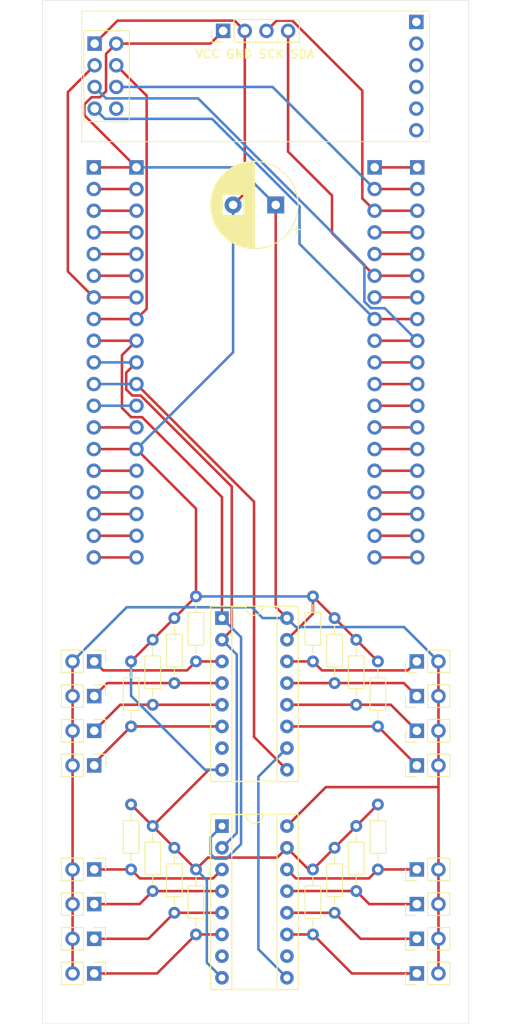
<source format=kicad_pcb>
(kicad_pcb (version 20240108) (generator "pcbnew") (generator_version "8.0")
  (layers (0 "F.Cu" signal) (31 "B.Cu" signal) (34 "B.Paste" user) (35 "F.Paste" user) (36 "B.SilkS" user "B.Silkscreen") (37 "F.SilkS" user "F.Silkscreen") (38 "B.Mask" user) (39 "F.Mask" user) (44 "Edge.Cuts" user))
  (net 0 "")
  (net 1 "Net-(ESP32-WROOM-32U1-26)")
  (net 2 "unconnected-(ESP32-WROOM-32U1-D0-Pad37)")
  (net 3 "unconnected-(ESP32-WROOM-32U1-EN-Pad2)")
  (net 4 "unconnected-(ESP32-WROOM-32U1-GND-Pad26)")
  (net 5 "unconnected-(ESP32-WROOM-32U1-VN-Pad4)")
  (net 6 "Net-(NRF1-GND)")
  (net 7 "unconnected-(ESP32-WROOM-32U1-GND-Pad20)")
  (net 8 "unconnected-(ESP32-WROOM-32U1-2-Pad34)")
  (net 9 "Net-(ESP32-WROOM-32U1-3.3v)")
  (net 10 "unconnected-(ESP32-WROOM-32U1-D2-Pad16)")
  (net 11 "Net-(ESP32-WROOM-32U1-SDA{slash}21)")
  (net 12 "unconnected-(ESP32-WROOM-32U1-13-Pad15)")
  (net 13 "unconnected-(ESP32-WROOM-32U1-17-Pad30)")
  (net 14 "unconnected-(ESP32-WROOM-32U1-VP-Pad3)")
  (net 15 "unconnected-(ESP32-WROOM-32U1-16-Pad31)")
  (net 16 "Net-(ESP32-WROOM-32U1-MOSI{slash}23)")
  (net 17 "Net-(ESP32-WROOM-32U1-25)")
  (net 18 "unconnected-(ESP32-WROOM-32U1-0-Pad33)")
  (net 19 "Net-(ESP32-WROOM-32U1-33)")
  (net 20 "unconnected-(ESP32-WROOM-32U1-4-Pad32)")
  (net 21 "Net-(ESP32-WROOM-32U1-32)")
  (net 22 "Net-(ESP32-WROOM-32U1-MISO{slash}19)")
  (net 23 "unconnected-(ESP32-WROOM-32U1-34-Pad5)")
  (net 24 "unconnected-(ESP32-WROOM-32U1-D3-Pad17)")
  (net 25 "unconnected-(ESP32-WROOM-32U1-35-Pad6)")
  (net 26 "Net-(ESP32-WROOM-32U1-27)")
  (net 27 "unconnected-(ESP32-WROOM-32U1-5V-Pad19)")
  (net 28 "unconnected-(ESP32-WROOM-32U1-CMD-Pad18)")
  (net 29 "unconnected-(ESP32-WROOM-32U1-TX-Pad23)")
  (net 30 "unconnected-(ESP32-WROOM-32U1-15-Pad35)")
  (net 31 "unconnected-(ESP32-WROOM-32U1-RX-Pad24)")
  (net 32 "Net-(ESP32-WROOM-32U1-SCL{slash}22)")
  (net 33 "unconnected-(ESP32-WROOM-32U1-D1-Pad36)")
  (net 34 "Net-(ESP32-WROOM-32U1-SCK{slash}18)")
  (net 35 "unconnected-(ESP32-WROOM-32U1-CLK-Pad38)")
  (net 37 "Net-(U1-D1)")
  (net 38 "Net-(U1-D2)")
  (net 39 "Net-(U1-D3)")
  (net 40 "Net-(U1-D4)")
  (net 41 "Net-(U1-D5)")
  (net 42 "Net-(U1-D6)")
  (net 43 "Net-(U1-D0)")
  (net 44 "Net-(U1-D7)")
  (net 45 "Net-(U2-D0)")
  (net 46 "Net-(U2-D1)")
  (net 47 "Net-(U2-D2)")
  (net 48 "Net-(U2-D3)")
  (net 49 "Net-(U2-D4)")
  (net 50 "Net-(U2-D5)")
  (net 51 "Net-(U2-D6)")
  (net 52 "Net-(U2-D7)")
  (net 53 "Net-(U1-DS)")
  (net 56 "unconnected-(ESP32-WROOM-32U1-SS{slash}5-Pad29)")
  (net 57 "unconnected-(ESP32-WROOM-32U1-14-Pad12)")
  (net 58 "unconnected-(ESP32-WROOM-32U1-12-Pad13)")
  (footprint "Footprints_cez:nRF24L01_big" (layer "F.Cu") (at 99.408 38.07)
    (property "Reference" "NRF1" (hide yes))
    (property "Value" "NRF24L01_Big" (hide yes))
  )
  (footprint "Resistor_THT:R_Axial_DIN0204_L3.6mm_D1.6mm_P7.62mm_Horizontal" (layer "F.Cu") (at 108.7615 105.41 -90)
    (property "Reference" "R5" (hide yes))
    (property "Value" "R")
  )
  (footprint "Resistor_THT:R_Axial_DIN0204_L3.6mm_D1.6mm_P7.62mm_Horizontal" (layer "F.Cu") (at 106.2215 107.95 -90)
    (property "Reference" "R6" (hide yes))
    (property "Value" "R")
  )
  (footprint "Connector_PinHeader_2.54mm:PinHeader_1x02_P2.54mm_Vertical" (layer "F.Cu") (at 99.3635 138.938 -90)
    (property "Reference" "SW14" (hide yes))
    (property "Value" "SW_Push")
  )
  (footprint "Connector_PinHeader_2.54mm:PinHeader_1x02_P2.54mm_Vertical" (layer "F.Cu") (at 99.3635 122.682 -90)
    (property "Reference" "SW8" (hide yes))
    (property "Value" "SW_Push")
  )
  (footprint "Connector_PinHeader_2.54mm:PinHeader_1x02_P2.54mm_Vertical" (layer "F.Cu") (at 99.3635 143.002 -90)
    (property "Reference" "SW15" (hide yes))
    (property "Value" "SW_Push")
  )
  (footprint "Resistor_THT:R_Axial_DIN0204_L3.6mm_D1.6mm_P7.62mm_Horizontal" (layer "F.Cu") (at 127.5575 105.41 -90)
    (property "Reference" "R2" (hide yes))
    (property "Value" "R")
  )
  (footprint "Resistor_THT:R_Axial_DIN0204_L3.6mm_D1.6mm_P7.62mm_Horizontal" (layer "F.Cu") (at 108.7615 132.334 -90)
    (property "Reference" "R15" (hide yes))
    (property "Value" "R")
  )
  (footprint "Connector_PinHeader_2.54mm:PinHeader_1x02_P2.54mm_Vertical" (layer "F.Cu") (at 137.2045 118.618 90)
    (property "Reference" "SW2" (hide yes))
    (property "Value" "SW_Push" (hide yes))
  )
  (footprint "Resistor_THT:R_Axial_DIN0204_L3.6mm_D1.6mm_P7.62mm_Horizontal" (layer "F.Cu") (at 111.3015 134.875 -90)
    (property "Reference" "R16" (hide yes))
    (property "Value" "R")
  )
  (footprint "Package_DIP:DIP-16_W7.62mm_Socket" (layer "F.Cu") (at 114.347 105.41)
    (property "Reference" "U1" (hide yes))
    (property "Value" "74HC165")
  )
  (footprint "Resistor_THT:R_Axial_DIN0204_L3.6mm_D1.6mm_P7.62mm_Horizontal" (layer "F.Cu") (at 130.0975 129.785 -90)
    (property "Reference" "R11" (hide yes))
    (property "Value" "R")
  )
  (footprint "Resistor_THT:R_Axial_DIN0204_L3.6mm_D1.6mm_P7.62mm_Horizontal" (layer "F.Cu") (at 130.0975 107.95 -90)
    (property "Reference" "R1" (hide yes))
    (property "Value" "R")
  )
  (footprint "Connector_PinHeader_2.54mm:PinHeader_1x02_P2.54mm_Vertical" (layer "F.Cu") (at 137.2045 147.066 90)
    (property "Reference" "SW9" (hide yes))
    (property "Value" "SW_Push")
  )
  (footprint "Resistor_THT:R_Axial_DIN0204_L3.6mm_D1.6mm_P7.62mm_Horizontal" (layer "F.Cu") (at 132.6375 127.259 -90)
    (property "Reference" "R12" (hide yes))
    (property "Value" "R")
  )
  (footprint "Resistor_THT:R_Axial_DIN0204_L3.6mm_D1.6mm_P7.62mm_Horizontal" (layer "F.Cu") (at 103.6815 127.259 -90)
    (property "Reference" "R13" (hide yes))
    (property "Value" "R")
  )
  (footprint "Resistor_THT:R_Axial_DIN0204_L3.6mm_D1.6mm_P7.62mm_Horizontal" (layer "F.Cu") (at 106.2215 129.785 -90)
    (property "Reference" "R14" (hide yes))
    (property "Value" "R")
  )
  (footprint "Capacitor_THT:CP_Radial_D10.0mm_P5.00mm" (layer "F.Cu") (at 120.651677 56.982 180)
    (property "Reference" "C1" (hide yes))
    (property "Value" "CP_Radial_D10.0mm_P7.50mm" (hide yes))
  )
  (footprint "MountingHole:MountingHole_3.2mm_M3" (layer "F.Cu") (at 138.78 103.124)
    (property "Reference" "REF**" (hide yes))
    (property "Value" "MountingHole_3.2mm_M3")
  )
  (footprint "Resistor_THT:R_Axial_DIN0204_L3.6mm_D1.6mm_P7.62mm_Horizontal" (layer "F.Cu") (at 103.6815 110.49 -90)
    (property "Reference" "R8" (hide yes))
    (property "Value" "R")
  )
  (footprint "Resistor_THT:R_Axial_DIN0204_L3.6mm_D1.6mm_P7.62mm_Horizontal" (layer "F.Cu") (at 111.3015 102.87 -90)
    (property "Reference" "R4" (hide yes))
    (property "Value" "R")
  )
  (footprint "Package_DIP:DIP-16_W7.62mm_Socket" (layer "F.Cu") (at 114.347 129.794)
    (property "Reference" "U2" (hide yes))
    (property "Value" "74HC165")
  )
  (footprint "Connector_PinHeader_2.54mm:PinHeader_1x02_P2.54mm_Vertical" (layer "F.Cu") (at 137.1995 110.49 90)
    (property "Reference" "SW4" (hide yes))
    (property "Value" "SW_Push")
  )
  (footprint "Resistor_THT:R_Axial_DIN0204_L3.6mm_D1.6mm_P7.62mm_Horizontal" (layer "F.Cu") (at 125.0175 134.875 -90)
    (property "Reference" "R9" (hide yes))
    (property "Value" "R")
  )
  (footprint "Footprints_cez:esp32-wroom-32u" (layer "F.Cu") (at 117.014 64.76)
    (property "Reference" "ESP32-WROOM-32U1" (hide yes))
    (property "Value" "~" (hide yes))
  )
  (footprint "Connector_PinHeader_2.54mm:PinHeader_1x02_P2.54mm_Vertical" (layer "F.Cu") (at 137.2045 114.554 90)
    (property "Reference" "SW3" (hide yes))
    (property "Value" "SW_Push")
  )
  (footprint "Resistor_THT:R_Axial_DIN0204_L3.6mm_D1.6mm_P7.62mm_Horizontal" (layer "F.Cu") (at 132.6375 110.49 -90)
    (property "Reference" "R7" (hide yes))
    (property "Value" "R")
  )
  (footprint "Connector_PinHeader_2.54mm:PinHeader_1x02_P2.54mm_Vertical" (layer "F.Cu") (at 137.2045 143.002 90)
    (property "Reference" "SW10" (hide yes))
    (property "Value" "SW_Push")
  )
  (footprint "Connector_PinHeader_2.54mm:PinHeader_1x02_P2.54mm_Vertical" (layer "F.Cu") (at 137.2045 138.938 90)
    (property "Reference" "SW11" (hide yes))
    (property "Value" "SW_Push")
  )
  (footprint "Connector_PinHeader_2.54mm:PinHeader_1x02_P2.54mm_Vertical" (layer "F.Cu") (at 137.2045 134.874 90)
    (property "Reference" "SW12" (hide yes))
    (property "Value" "SW_Push")
  )
  (footprint "Resistor_THT:R_Axial_DIN0204_L3.6mm_D1.6mm_P7.62mm_Horizontal" (layer "F.Cu") (at 125.0175 102.87 -90)
    (property "Reference" "R3" (hide yes))
    (property "Value" "R" (hide yes))
  )
  (footprint "Connector_PinHeader_2.54mm:PinHeader_1x04_P2.54mm_Vertical" (layer "F.Cu") (at 114.484 36.576 90)
    (property "Reference" "Oled_screen1" (hide yes))
    (property "Value" "~")
  )
  (footprint "Connector_PinHeader_2.54mm:PinHeader_1x02_P2.54mm_Vertical" (layer "F.Cu") (at 99.3635 114.554 -90)
    (property "Reference" "SW6" (hide yes))
    (property "Value" "SW_Push")
  )
  (footprint "Resistor_THT:R_Axial_DIN0204_L3.6mm_D1.6mm_P7.62mm_Horizontal" (layer "F.Cu") (at 127.5575 132.334 -90)
    (property "Reference" "R10" (hide yes))
    (property "Value" "R")
  )
  (footprint "Connector_PinHeader_2.54mm:PinHeader_1x02_P2.54mm_Vertical" (layer "F.Cu") (at 99.3635 134.874 -90)
    (property "Reference" "SW13" (hide yes))
    (property "Value" "SW_Push")
  )
  (footprint "MountingHole:MountingHole_3.2mm_M3" (layer "F.Cu") (at 97.79 103.124)
    (property "Reference" "REF**" (hide yes))
    (property "Value" "MountingHole_3.2mm_M3")
  )
  (footprint "Connector_PinHeader_2.54mm:PinHeader_1x02_P2.54mm_Vertical" (layer "F.Cu") (at 137.2045 122.682 90)
    (property "Reference" "SW1" (hide yes))
    (property "Value" "SW_Push" (hide yes))
  )
  (footprint "Connector_PinHeader_2.54mm:PinHeader_1x02_P2.54mm_Vertical" (layer "F.Cu") (at 99.3635 147.066 -90)
    (property "Reference" "SW16" (hide yes))
    (property "Value" "SW_Push")
  )
  (footprint "Connector_PinHeader_2.54mm:PinHeader_1x02_P2.54mm_Vertical" (layer "F.Cu") (at 99.3635 118.618 -90)
    (property "Reference" "SW7" (hide yes))
    (property "Value" "SW_Push")
  )
  (footprint "Connector_PinHeader_2.54mm:PinHeader_1x02_P2.54mm_Vertical" (layer "F.Cu") (at 99.3585 110.49 -90)
    (property "Reference" "SW5" (hide yes))
    (property "Value" "SW_Push")
  )
  (gr_rect (start 93.285 32.982125) (end 143.285 152.982125) (stroke (width 0.05)) (fill none) (layer "Edge.Cuts"))
  (gr_text "VCC GND SCK SDA" (at 111.107809 39.878 0) (layer "F.SilkS") (effects (font (size 1 1) (thickness 0.2)) (justify left bottom)))
  (segment (start 104.811057 79.318) (end 115.497 90.003943) (width 0.3) (layer "F.Cu") (net 1))
  (segment (start 103.114 78.615057) (end 103.816943 79.318) (width 0.3) (layer "F.Cu") (net 1))
  (segment (start 103.816943 79.318) (end 104.811057 79.318) (width 0.3) (layer "F.Cu") (net 1))
  (segment (start 104.314 75.438) (end 103.114 76.638) (width 0.3) (layer "F.Cu") (net 1))
  (segment (start 115.497 90.003943) (end 115.497 106.8) (width 0.3) (layer "F.Cu") (net 1))
  (segment (start 103.114 76.638) (end 103.114 78.615057) (width 0.3) (layer "F.Cu") (net 1))
  (segment (start 115.497 106.8) (end 114.347 107.95) (width 0.3) (layer "F.Cu") (net 1))
  (segment (start 115.507 109.11) (end 116.086 109.689) (width 0.3) (layer "B.Cu") (net 1))
  (segment (start 114.347 107.95) (end 115.507 109.11) (width 0.3) (layer "B.Cu") (net 1))
  (segment (start 116.086 130.595) (end 115.507 131.174) (width 0.3) (layer "B.Cu") (net 1))
  (segment (start 116.086 109.689) (end 116.086 130.595) (width 0.3) (layer "B.Cu") (net 1))
  (segment (start 115.507 131.174) (end 114.347 132.334) (width 0.3) (layer "B.Cu") (net 1))
  (segment (start 104.314 75.438) (end 99.314 75.438) (width 0.3) (layer "B.Cu") (net 1))
  (segment (start 137.254 95.758) (end 132.254 95.758) (width 0.3) (layer "F.Cu") (net 2))
  (segment (start 104.314 55.118) (end 99.314 55.118) (width 0.3) (layer "F.Cu") (net 3))
  (segment (start 132.254 67.818) (end 137.254 67.818) (width 0.3) (layer "F.Cu") (net 4))
  (segment (start 104.314 60.198) (end 99.314 60.198) (width 0.3) (layer "F.Cu") (net 5))
  (segment (start 125.0175 134.874) (end 125.0175 134.875) (width 0.3) (layer "F.Cu") (net 6))
  (segment (start 124.508 134.875) (end 125.0175 134.875) (width 0.3) (layer "F.Cu") (net 6))
  (segment (start 127.5575 132.334) (end 130.0975 129.794) (width 0.3) (layer "F.Cu") (net 6))
  (segment (start 130.1115 129.785) (end 130.0975 129.785) (width 0.3) (layer "F.Cu") (net 6))
  (segment (start 130.0975 129.794) (end 130.0975 129.785) (width 0.3) (layer "F.Cu") (net 6))
  (segment (start 108.7615 132.334) (end 106.2215 129.794) (width 0.3) (layer "F.Cu") (net 6))
  (segment (start 132.6375 127.259) (end 130.1115 129.785) (width 0.3) (layer "F.Cu") (net 6))
  (segment (start 103.6815 127.259) (end 106.2075 129.785) (width 0.3) (layer "F.Cu") (net 6))
  (segment (start 125.0175 102.87) (end 125.0175 104.8995) (width 0.3) (layer "F.Cu") (net 6))
  (segment (start 121.967 132.334) (end 124.508 134.875) (width 0.3) (layer "F.Cu") (net 6))
  (segment (start 125.0175 102.87) (end 127.5575 105.41) (width 0.3) (layer "F.Cu") (net 6))
  (segment (start 99.408 38.07) (end 102.102 35.376) (width 0.3) (layer "F.Cu") (net 6))
  (segment (start 104.314 85.598) (end 111.3015 92.5855) (width 0.3) (layer "F.Cu") (net 6))
  (segment (start 125.0175 104.8995) (end 121.967 107.95) (width 0.3) (layer "F.Cu") (net 6))
  (segment (start 117.024 55.609677) (end 115.651677 56.982) (width 0.3) (layer "F.Cu") (net 6))
  (segment (start 111.3015 134.874) (end 111.3015 134.875) (width 0.3) (layer "F.Cu") (net 6))
  (segment (start 112.6925 133.484) (end 111.3015 134.875) (width 0.3) (layer "F.Cu") (net 6))
  (segment (start 115.824 35.376) (end 117.024 36.576) (width 0.3) (layer "F.Cu") (net 6))
  (segment (start 106.2215 129.794) (end 106.2215 129.785) (width 0.3) (layer "F.Cu") (net 6))
  (segment (start 106.2215 107.95) (end 103.6815 110.49) (width 0.3) (layer "F.Cu") (net 6))
  (segment (start 111.3015 102.87) (end 108.7615 105.41) (width 0.3) (layer "F.Cu") (net 6))
  (segment (start 127.5575 132.334) (end 125.0175 134.874) (width 0.3) (layer "F.Cu") (net 6))
  (segment (start 120.817 133.484) (end 112.6925 133.484) (width 0.3) (layer "F.Cu") (net 6))
  (segment (start 106.2075 129.785) (end 106.2215 129.785) (width 0.3) (layer "F.Cu") (net 6))
  (segment (start 132.6375 110.49) (end 130.0975 107.95) (width 0.3) (layer "F.Cu") (net 6))
  (segment (start 112.8165 123.19) (end 106.2215 129.785) (width 0.3) (layer "F.Cu") (net 6))
  (segment (start 121.967 132.334) (end 120.817 133.484) (width 0.3) (layer "F.Cu") (net 6))
  (segment (start 99.314 85.598) (end 104.314 85.598) (width 0.3) (layer "F.Cu") (net 6))
  (segment (start 117.024 36.576) (end 117.024 55.609677) (width 0.3) (layer "F.Cu") (net 6))
  (segment (start 114.347 123.19) (end 112.8165 123.19) (width 0.3) (layer "F.Cu") (net 6))
  (segment (start 108.7615 105.41) (end 106.2215 107.95) (width 0.3) (layer "F.Cu") (net 6))
  (segment (start 102.102 35.376) (end 115.824 35.376) (width 0.3) (layer "F.Cu") (net 6))
  (segment (start 130.0975 107.95) (end 127.5575 105.41) (width 0.3) (layer "F.Cu") (net 6))
  (segment (start 111.3015 92.5855) (end 111.3015 102.87) (width 0.3) (layer "F.Cu") (net 6))
  (segment (start 108.7615 132.334) (end 111.3015 134.874) (width 0.3) (layer "F.Cu") (net 6))
  (segment (start 115.651677 74.260323) (end 104.314 85.598) (width 0.3) (layer "B.Cu") (net 6))
  (segment (start 115.651677 56.982) (end 115.651677 74.260323) (width 0.3) (layer "B.Cu") (net 6))
  (segment (start 112.5705 145.7975) (end 112.5705 136.144) (width 0.3) (layer "B.Cu") (net 6))
  (segment (start 112.5705 136.144) (end 111.3015 134.875) (width 0.3) (layer "B.Cu") (net 6))
  (segment (start 114.347 147.574) (end 112.5705 145.7975) (width 0.3) (layer "B.Cu") (net 6))
  (segment (start 125.0175 102.87) (end 111.3015 102.87) (width 0.3) (layer "B.Cu") (net 6))
  (segment (start 114.347 123.19) (end 112.356575 123.19) (width 0.3) (layer "B.Cu") (net 6))
  (segment (start 103.6815 114.514925) (end 103.6815 110.49) (width 0.3) (layer "B.Cu") (net 6))
  (segment (start 112.356575 123.19) (end 103.6815 114.514925) (width 0.3) (layer "B.Cu") (net 6))
  (segment (start 132.254 52.578) (end 137.254 52.578) (width 0.3) (layer "F.Cu") (net 7))
  (segment (start 132.254 88.138) (end 137.254 88.138) (width 0.3) (layer "F.Cu") (net 8))
  (segment (start 99.314 52.578) (end 104.314 52.578) (width 0.3) (layer "F.Cu") (net 9))
  (segment (start 101.948 38.07) (end 112.99 38.07) (width 0.3) (layer "F.Cu") (net 9))
  (segment (start 98.208 45.192943) (end 99.050943 44.35) (width 0.3) (layer "F.Cu") (net 9))
  (segment (start 96.8185 110.49) (end 96.8185 114.549) (width 0.3) (layer "F.Cu") (net 9))
  (segment (start 100.748 39.27) (end 101.948 38.07) (width 0.3) (layer "F.Cu") (net 9))
  (segment (start 96.8185 114.549) (end 96.8235 114.554) (width 0.3) (layer "F.Cu") (net 9))
  (segment (start 120.651677 104.094677) (end 121.967 105.41) (width 0.3) (layer "F.Cu") (net 9))
  (segment (start 104.314 52.578) (end 98.208 46.472) (width 0.3) (layer "F.Cu") (net 9))
  (segment (start 139.7395 110.49) (end 139.7395 114.549) (width 0.3) (layer "F.Cu") (net 9))
  (segment (start 96.8235 134.874) (end 96.8235 122.682) (width 0.3) (layer "F.Cu") (net 9))
  (segment (start 139.7445 125.222) (end 139.7445 122.682) (width 0.3) (layer "F.Cu") (net 9))
  (segment (start 139.7445 134.874) (end 139.7445 125.222) (width 0.3) (layer "F.Cu") (net 9))
  (segment (start 100.748 43.647057) (end 100.748 39.27) (width 0.3) (layer "F.Cu") (net 9))
  (segment (start 100.045057 44.35) (end 100.748 43.647057) (width 0.3) (layer "F.Cu") (net 9))
  (segment (start 98.208 46.472) (end 98.208 45.192943) (width 0.3) (layer "F.Cu") (net 9))
  (segment (start 96.8235 122.682) (end 96.8235 118.618) (width 0.3) (layer "F.Cu") (net 9))
  (segment (start 96.8235 147.066) (end 96.8235 143.002) (width 0.3) (layer "F.Cu") (net 9))
  (segment (start 96.8235 138.938) (end 96.8235 134.874) (width 0.3) (layer "F.Cu") (net 9))
  (segment (start 96.8235 143.002) (end 96.8235 138.938) (width 0.3) (layer "F.Cu") (net 9))
  (segment (start 139.7395 114.549) (end 139.7445 114.554) (width 0.3) (layer "F.Cu") (net 9))
  (segment (start 112.99 38.07) (end 114.484 36.576) (width 0.3) (layer "F.Cu") (net 9))
  (segment (start 120.651677 56.982) (end 120.651677 104.094677) (width 0.3) (layer "F.Cu") (net 9))
  (segment (start 139.7445 143.002) (end 139.7445 138.938) (width 0.3) (layer "F.Cu") (net 9))
  (segment (start 139.7445 147.066) (end 139.7445 143.002) (width 0.3) (layer "F.Cu") (net 9))
  (segment (start 139.7445 138.938) (end 139.7445 134.874) (width 0.3) (layer "F.Cu") (net 9))
  (segment (start 126.539 125.222) (end 139.7445 125.222) (width 0.3) (layer "F.Cu") (net 9))
  (segment (start 99.050943 44.35) (end 100.045057 44.35) (width 0.3) (layer "F.Cu") (net 9))
  (segment (start 96.8235 118.618) (end 96.8235 114.554) (width 0.3) (layer "F.Cu") (net 9))
  (segment (start 96.826 122.6845) (end 96.8235 122.682) (width 0.3) (layer "F.Cu") (net 9))
  (segment (start 121.967 129.794) (end 126.539 125.222) (width 0.3) (layer "F.Cu") (net 9))
  (segment (start 139.7445 114.554) (end 139.7445 118.618) (width 0.3) (layer "F.Cu") (net 9))
  (segment (start 139.7445 122.682) (end 139.7445 118.618) (width 0.3) (layer "F.Cu") (net 9))
  (segment (start 119.126 105.41) (end 121.967 105.41) (width 0.3) (layer "B.Cu") (net 9))
  (segment (start 117.856 104.14) (end 119.126 105.41) (width 0.3) (layer "B.Cu") (net 9))
  (segment (start 96.8185 110.49) (end 103.1685 104.14) (width 0.3) (layer "B.Cu") (net 9))
  (segment (start 139.7395 110.49) (end 135.7095 106.46) (width 0.3) (layer "B.Cu") (net 9))
  (segment (start 116.247677 52.578) (end 104.314 52.578) (width 0.3) (layer "B.Cu") (net 9))
  (segment (start 120.651677 56.982) (end 116.247677 52.578) (width 0.3) (layer "B.Cu") (net 9))
  (segment (start 135.7095 106.46) (end 123.017 106.46) (width 0.3) (layer "B.Cu") (net 9))
  (segment (start 123.017 106.46) (end 121.967 105.41) (width 0.3) (layer "B.Cu") (net 9))
  (segment (start 103.1685 104.14) (end 117.856 104.14) (width 0.3) (layer "B.Cu") (net 9))
  (segment (start 99.314 90.678) (end 104.314 90.678) (width 0.3) (layer "F.Cu") (net 10))
  (segment (start 127.254 60.278) (end 132.254 65.278) (width 0.3) (layer "F.Cu") (net 11))
  (segment (start 122.104 50.73) (end 127.254 55.88) (width 0.3) (layer "F.Cu") (net 11))
  (segment (start 122.104 36.576) (end 122.104 50.73) (width 0.3) (layer "F.Cu") (net 11))
  (segment (start 127.254 55.88) (end 127.254 60.278) (width 0.3) (layer "F.Cu") (net 11))
  (segment (start 137.254 65.278) (end 132.254 65.278) (width 0.3) (layer "F.Cu") (net 11))
  (segment (start 104.314 88.138) (end 99.314 88.138) (width 0.3) (layer "F.Cu") (net 12))
  (segment (start 132.254 77.978) (end 137.254 77.978) (width 0.3) (layer "F.Cu") (net 13))
  (segment (start 99.314 57.658) (end 104.314 57.658) (width 0.3) (layer "F.Cu") (net 14))
  (segment (start 137.254 80.518) (end 132.254 80.518) (width 0.3) (layer "F.Cu") (net 15))
  (segment (start 137.254 55.118) (end 132.254 55.118) (width 0.3) (layer "F.Cu") (net 16))
  (segment (start 120.286 43.15) (end 132.254 55.118) (width 0.3) (layer "B.Cu") (net 16))
  (segment (start 101.948 43.15) (end 120.286 43.15) (width 0.3) (layer "B.Cu") (net 16))
  (segment (start 104.314 72.898) (end 99.314 72.898) (width 0.3) (layer "F.Cu") (net 17))
  (segment (start 104.972 81.858) (end 114.347 91.233) (width 0.3) (layer "F.Cu") (net 17))
  (segment (start 103.702001 81.858) (end 104.972 81.858) (width 0.3) (layer "F.Cu") (net 17))
  (segment (start 102.614 80.769999) (end 103.702001 81.858) (width 0.3) (layer "F.Cu") (net 17))
  (segment (start 104.314 72.898) (end 102.614 74.598) (width 0.3) (layer "F.Cu") (net 17))
  (segment (start 102.614 74.598) (end 102.614 80.769999) (width 0.3) (layer "F.Cu") (net 17))
  (segment (start 114.347 91.233) (end 114.347 105.41) (width 0.3) (layer "F.Cu") (net 17))
  (segment (start 113.03 132.643346) (end 113.03 131.111) (width 0.3) (layer "B.Cu") (net 17))
  (segment (start 113.03 131.111) (end 114.347 129.794) (width 0.3) (layer "B.Cu") (net 17))
  (segment (start 116.007 107.07) (end 116.586 107.649) (width 0.3) (layer "B.Cu") (net 17))
  (segment (start 114.347 105.41) (end 116.007 107.07) (width 0.3) (layer "B.Cu") (net 17))
  (segment (start 114.882673 133.604) (end 113.538 133.604) (width 0.3) (layer "B.Cu") (net 17))
  (segment (start 116.586 131.900673) (end 114.882673 133.604) (width 0.3) (layer "B.Cu") (net 17))
  (segment (start 113.538 133.604) (end 113.03 133.096) (width 0.3) (layer "B.Cu") (net 17))
  (segment (start 113.03 133.096) (end 113.03 132.643346) (width 0.3) (layer "B.Cu") (net 17))
  (segment (start 116.586 107.649) (end 116.586 131.900673) (width 0.3) (layer "B.Cu") (net 17))
  (segment (start 137.254 85.598) (end 132.254 85.598) (width 0.3) (layer "F.Cu") (net 18))
  (segment (start 105.514 69.158) (end 104.314 70.358) (width 0.3) (layer "F.Cu") (net 19))
  (segment (start 101.948 40.61) (end 105.514 44.176) (width 0.3) (layer "F.Cu") (net 19))
  (segment (start 105.514 44.176) (end 105.514 69.158) (width 0.3) (layer "F.Cu") (net 19))
  (segment (start 99.314 70.358) (end 104.314 70.358) (width 0.3) (layer "F.Cu") (net 19))
  (segment (start 132.254 83.058) (end 137.254 83.058) (width 0.3) (layer "F.Cu") (net 20))
  (segment (start 96.266 64.77) (end 99.314 67.818) (width 0.3) (layer "F.Cu") (net 21))
  (segment (start 96.266 43.752) (end 96.266 64.77) (width 0.3) (layer "F.Cu") (net 21))
  (segment (start 99.408 40.61) (end 96.266 43.752) (width 0.3) (layer "F.Cu") (net 21))
  (segment (start 104.314 67.818) (end 99.314 67.818) (width 0.3) (layer "F.Cu") (net 21))
  (segment (start 137.254 70.358) (end 132.254 70.358) (width 0.3) (layer "F.Cu") (net 22))
  (segment (start 123.444 57.15) (end 123.444 61.548) (width 0.3) (layer "B.Cu") (net 22))
  (segment (start 113.184 46.89) (end 123.444 57.15) (width 0.3) (layer "B.Cu") (net 22))
  (segment (start 100.608 46.89) (end 113.184 46.89) (width 0.3) (layer "B.Cu") (net 22))
  (segment (start 99.408 45.69) (end 100.608 46.89) (width 0.3) (layer "B.Cu") (net 22))
  (segment (start 123.444 61.548) (end 132.254 70.358) (width 0.3) (layer "B.Cu") (net 22))
  (segment (start 99.314 62.738) (end 104.314 62.738) (width 0.3) (layer "F.Cu") (net 23))
  (segment (start 104.314 93.218) (end 99.314 93.218) (width 0.3) (layer "F.Cu") (net 24))
  (segment (start 99.314 65.278) (end 104.314 65.278) (width 0.3) (layer "F.Cu") (net 25))
  (segment (start 118.11 91.774) (end 118.11 119.333) (width 0.3) (layer "F.Cu") (net 26))
  (segment (start 104.314 77.978) (end 118.11 91.774) (width 0.3) (layer "F.Cu") (net 26))
  (segment (start 118.11 119.333) (end 121.967 123.19) (width 0.3) (layer "F.Cu") (net 26))
  (segment (start 104.314 77.978) (end 99.314 77.978) (width 0.3) (layer "B.Cu") (net 26))
  (segment (start 104.314 98.298) (end 99.314 98.298) (width 0.3) (layer "F.Cu") (net 27))
  (segment (start 99.314 95.758) (end 104.314 95.758) (width 0.3) (layer "F.Cu") (net 28))
  (segment (start 137.254 60.198) (end 132.254 60.198) (width 0.3) (layer "F.Cu") (net 29))
  (segment (start 137.254 90.678) (end 132.254 90.678) (width 0.3) (layer "F.Cu") (net 30))
  (segment (start 132.254 62.738) (end 137.254 62.738) (width 0.3) (layer "F.Cu") (net 31))
  (segment (start 120.764 35.376) (end 122.601057 35.376) (width 0.3) (layer "F.Cu") (net 32))
  (segment (start 130.81 43.584943) (end 130.81 56.214) (width 0.3) (layer "F.Cu") (net 32))
  (segment (start 119.564 36.576) (end 120.764 35.376) (width 0.3) (layer "F.Cu") (net 32))
  (segment (start 122.601057 35.376) (end 130.81 43.584943) (width 0.3) (layer "F.Cu") (net 32))
  (segment (start 132.254 57.658) (end 137.254 57.658) (width 0.3) (layer "F.Cu") (net 32))
  (segment (start 130.81 56.214) (end 132.254 57.658) (width 0.3) (layer "F.Cu") (net 32))
  (segment (start 132.254 93.218) (end 137.254 93.218) (width 0.3) (layer "F.Cu") (net 33))
  (segment (start 132.254 72.898) (end 137.254 72.898) (width 0.3) (layer "F.Cu") (net 34))
  (segment (start 131.826943 69.088) (end 133.444 69.088) (width 0.3) (layer "B.Cu") (net 34))
  (segment (start 133.444 69.088) (end 137.254 72.898) (width 0.3) (layer "B.Cu") (net 34))
  (segment (start 131.054 68.315057) (end 131.826943 69.088) (width 0.3) (layer "B.Cu") (net 34))
  (segment (start 100.748 44.49) (end 111.546 44.49) (width 0.3) (layer "B.Cu") (net 34))
  (segment (start 99.408 43.15) (end 100.748 44.49) (width 0.3) (layer "B.Cu") (net 34))
  (segment (start 111.546 44.49) (end 131.054 63.998) (width 0.3) (layer "B.Cu") (net 34))
  (segment (start 131.054 63.998) (end 131.054 68.315057) (width 0.3) (layer "B.Cu") (net 34))
  (segment (start 132.254 98.298) (end 137.254 98.298) (width 0.3) (layer "F.Cu") (net 35))
  (segment (start 137.2045 118.618) (end 134.1565 115.57) (width 0.3) (layer "F.Cu") (net 37))
  (segment (start 121.967 115.57) (end 130.0975 115.57) (width 0.3) (layer "F.Cu") (net 37))
  (segment (start 134.1565 115.57) (end 130.0975 115.57) (width 0.3) (layer "F.Cu") (net 37))
  (segment (start 137.2045 114.554) (end 135.6805 113.03) (width 0.3) (layer "F.Cu") (net 38))
  (segment (start 135.6805 113.03) (end 127.5575 113.03) (width 0.3) (layer "F.Cu") (net 38))
  (segment (start 121.967 113.03) (end 127.5575 113.03) (width 0.3) (layer "F.Cu") (net 38))
  (segment (start 121.967 110.49) (end 125.0175 110.49) (width 0.3) (layer "F.Cu") (net 39))
  (segment (start 126.0675 111.54) (end 125.0175 110.49) (width 0.3) (layer "F.Cu") (net 39))
  (segment (start 137.1995 110.49) (end 136.1495 111.54) (width 0.3) (layer "F.Cu") (net 39))
  (segment (start 136.1495 111.54) (end 126.0675 111.54) (width 0.3) (layer "F.Cu") (net 39))
  (segment (start 111.3015 110.49) (end 110.2515 111.54) (width 0.3) (layer "F.Cu") (net 40))
  (segment (start 110.2515 111.54) (end 100.4085 111.54) (width 0.3) (layer "F.Cu") (net 40))
  (segment (start 100.4085 111.54) (end 99.3585 110.49) (width 0.3) (layer "F.Cu") (net 40))
  (segment (start 114.347 110.49) (end 111.3015 110.49) (width 0.3) (layer "F.Cu") (net 40))
  (segment (start 108.7615 113.03) (end 100.8875 113.03) (width 0.3) (layer "F.Cu") (net 41))
  (segment (start 114.347 113.03) (end 108.7615 113.03) (width 0.3) (layer "F.Cu") (net 41))
  (segment (start 100.8875 113.03) (end 99.3635 114.554) (width 0.3) (layer "F.Cu") (net 41))
  (segment (start 106.2215 115.57) (end 102.4115 115.57) (width 0.3) (layer "F.Cu") (net 42))
  (segment (start 102.4115 115.57) (end 99.3635 118.618) (width 0.3) (layer "F.Cu") (net 42))
  (segment (start 114.347 115.57) (end 106.2215 115.57) (width 0.3) (layer "F.Cu") (net 42))
  (segment (start 137.2045 122.677) (end 132.6375 118.11) (width 0.3) (layer "F.Cu") (net 43))
  (segment (start 121.967 118.11) (end 132.6375 118.11) (width 0.3) (layer "F.Cu") (net 43))
  (segment (start 137.2045 122.682) (end 137.2045 122.677) (width 0.3) (layer "F.Cu") (net 43))
  (segment (start 99.3635 122.428) (end 103.6815 118.11) (width 0.3) (layer "F.Cu") (net 44))
  (segment (start 99.3635 122.682) (end 99.3635 122.428) (width 0.3) (layer "F.Cu") (net 44))
  (segment (start 103.6815 118.11) (end 114.347 118.11) (width 0.3) (layer "F.Cu") (net 44))
  (segment (start 121.968 142.495) (end 121.967 142.494) (width 0.3) (layer "F.Cu") (net 45))
  (segment (start 129.5885 147.066) (end 125.0175 142.495) (width 0.3) (layer "F.Cu") (net 45))
  (segment (start 125.0175 142.495) (end 121.968 142.495) (width 0.3) (layer "F.Cu") (net 45))
  (segment (start 137.2045 147.066) (end 129.5885 147.066) (width 0.3) (layer "F.Cu") (net 45))
  (segment (start 127.5575 139.954) (end 121.967 139.954) (width 0.3) (layer "F.Cu") (net 46))
  (segment (start 137.2045 143.002) (end 130.6055 143.002) (width 0.3) (layer "F.Cu") (net 46))
  (segment (start 130.6055 143.002) (end 127.5575 139.954) (width 0.3) (layer "F.Cu") (net 46))
  (segment (start 137.2045 138.938) (end 131.6305 138.938) (width 0.3) (layer "F.Cu") (net 47))
  (segment (start 121.976 137.405) (end 121.967 137.414) (width 0.3) (layer "F.Cu") (net 47))
  (segment (start 130.0975 137.405) (end 121.976 137.405) (width 0.3) (layer "F.Cu") (net 47))
  (segment (start 131.6305 138.938) (end 130.0975 137.405) (width 0.3) (layer "F.Cu") (net 47))
  (segment (start 123.018 135.925) (end 131.5915 135.925) (width 0.3) (layer "F.Cu") (net 48))
  (segment (start 131.5915 135.925) (end 132.6375 134.879) (width 0.3) (layer "F.Cu") (net 48))
  (segment (start 137.2045 134.874) (end 132.6425 134.874) (width 0.3) (layer "F.Cu") (net 48))
  (segment (start 121.967 134.874) (end 123.018 135.925) (width 0.3) (layer "F.Cu") (net 48))
  (segment (start 132.6425 134.874) (end 132.6375 134.879) (width 0.3) (layer "F.Cu") (net 48))
  (segment (start 99.3635 134.874) (end 103.6765 134.874) (width 0.3) (layer "F.Cu") (net 49))
  (segment (start 104.7275 135.925) (end 103.6815 134.879) (width 0.3) (layer "F.Cu") (net 49))
  (segment (start 114.347 134.874) (end 113.296 135.925) (width 0.3) (layer "F.Cu") (net 49))
  (segment (start 113.296 135.925) (end 104.7275 135.925) (width 0.3) (layer "F.Cu") (net 49))
  (segment (start 103.6765 134.874) (end 103.6815 134.879) (width 0.3) (layer "F.Cu") (net 49))
  (segment (start 106.2305 137.414) (end 106.2215 137.405) (width 0.3) (layer "F.Cu") (net 50))
  (segment (start 114.347 137.414) (end 106.2305 137.414) (width 0.3) (layer "F.Cu") (net 50))
  (segment (start 99.3635 138.938) (end 104.6885 138.938) (width 0.3) (layer "F.Cu") (net 50))
  (segment (start 104.6885 138.938) (end 106.2215 137.405) (width 0.3) (layer "F.Cu") (net 50))
  (segment (start 114.347 139.954) (end 108.7615 139.954) (width 0.3) (layer "F.Cu") (net 51))
  (segment (start 105.7135 143.002) (end 108.7615 139.954) (width 0.3) (layer "F.Cu") (net 51))
  (segment (start 99.3635 143.002) (end 105.7135 143.002) (width 0.3) (layer "F.Cu") (net 51))
  (segment (start 111.3025 142.494) (end 111.3015 142.495) (width 0.3) (layer "F.Cu") (net 52))
  (segment (start 111.3015 142.495) (end 106.7305 147.066) (width 0.3) (layer "F.Cu") (net 52))
  (segment (start 106.7305 147.066) (end 99.3635 147.066) (width 0.3) (layer "F.Cu") (net 52))
  (segment (start 114.347 142.494) (end 111.3025 142.494) (width 0.3) (layer "F.Cu") (net 52))
  (segment (start 118.618 144.225) (end 121.967 147.574) (width 0.3) (layer "B.Cu") (net 53))
  (segment (start 118.618 123.999) (end 118.618 144.225) (width 0.3) (layer "B.Cu") (net 53))
  (segment (start 121.967 120.65) (end 118.618 123.999) (width 0.3) (layer "B.Cu") (net 53))
  (segment (start 137.254 75.438) (end 132.254 75.438) (width 0.3) (layer "F.Cu") (net 56))
  (segment (start 104.314 80.518) (end 99.314 80.518) (width 0.3) (layer "B.Cu") (net 57))
  (segment (start 104.314 83.058) (end 99.314 83.058) (width 0.3) (layer "F.Cu") (net 58))
)
</source>
